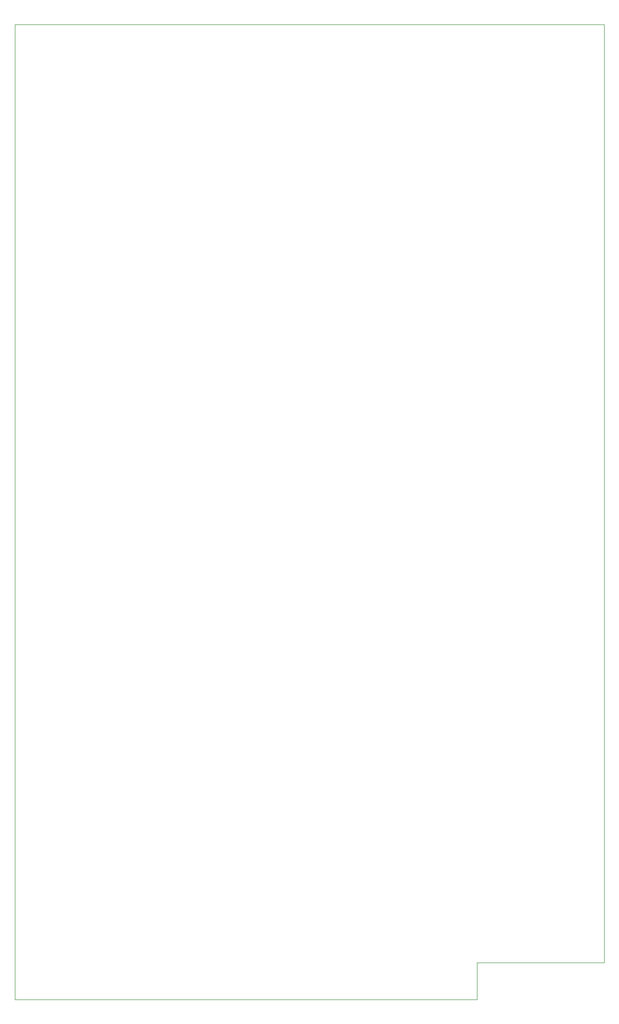
<source format=gbr>
G04 #@! TF.GenerationSoftware,KiCad,Pcbnew,(5.1.4)-1*
G04 #@! TF.CreationDate,2020-05-13T08:53:26-04:00*
G04 #@! TF.ProjectId,RPi_cape_proto,5250695f-6361-4706-955f-70726f746f2e,1.8*
G04 #@! TF.SameCoordinates,Original*
G04 #@! TF.FileFunction,Profile,NP*
%FSLAX45Y45*%
G04 Gerber Fmt 4.5, Leading zero omitted, Abs format (unit mm)*
G04 Created by KiCad (PCBNEW (5.1.4)-1) date 2020-05-13 08:53:26*
%MOMM*%
%LPD*%
G04 APERTURE LIST*
%ADD10C,0.050000*%
G04 APERTURE END LIST*
D10*
X11000000Y-27700000D02*
X13250000Y-27700000D01*
X11000000Y-28350000D02*
X11000000Y-27700000D01*
X2850000Y-11150000D02*
X2850000Y-28350000D01*
X13250000Y-27700000D02*
X13250000Y-11150000D01*
X2850000Y-11150000D02*
X13250000Y-11150000D01*
X2850000Y-28350000D02*
X11000000Y-28350000D01*
M02*

</source>
